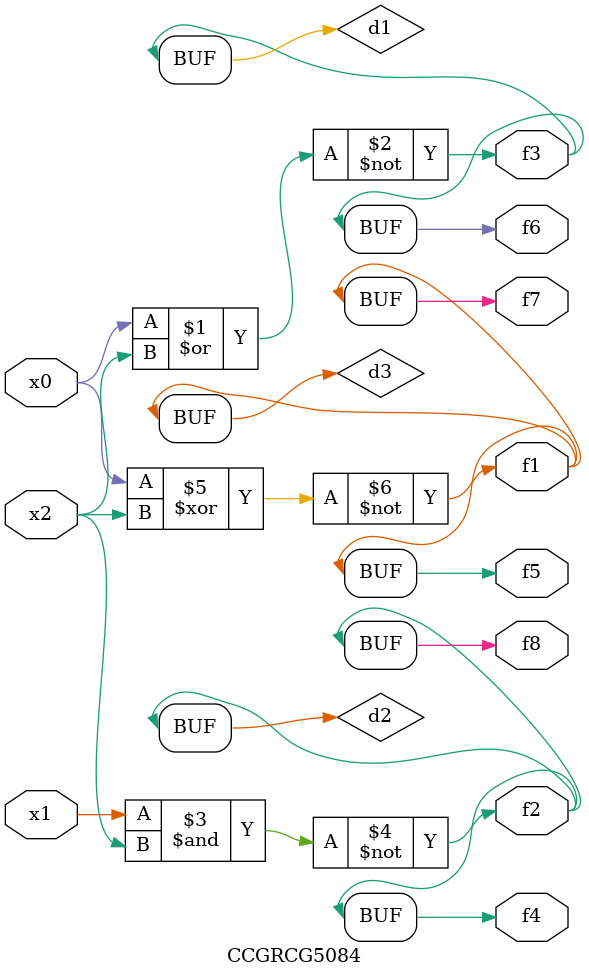
<source format=v>
module CCGRCG5084(
	input x0, x1, x2,
	output f1, f2, f3, f4, f5, f6, f7, f8
);

	wire d1, d2, d3;

	nor (d1, x0, x2);
	nand (d2, x1, x2);
	xnor (d3, x0, x2);
	assign f1 = d3;
	assign f2 = d2;
	assign f3 = d1;
	assign f4 = d2;
	assign f5 = d3;
	assign f6 = d1;
	assign f7 = d3;
	assign f8 = d2;
endmodule

</source>
